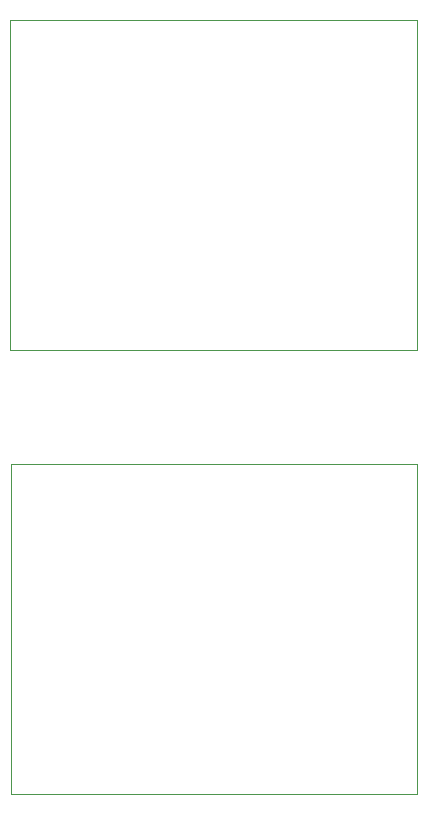
<source format=gbr>
%TF.GenerationSoftware,Altium Limited,Altium Designer,19.1.8 (144)*%
G04 Layer_Color=0*
%FSLAX26Y26*%
%MOIN*%
%TF.FileFunction,Other,Mechanical_16*%
%TF.Part,Single*%
G01*
G75*
%TA.AperFunction,NonConductor*%
%ADD42C,0.001968*%
D42*
X1869094Y662795D02*
Y1765157D01*
X514764Y662795D02*
X1869094D01*
X514764D02*
Y1765157D01*
X1869094D01*
X512795Y3244858D02*
X1867126D01*
X512795Y2142495D02*
Y3244858D01*
Y2142495D02*
X1867126D01*
Y3244858D01*
%TF.MD5,878fc846b83882b1d5a3265b526bb25a*%
M02*

</source>
